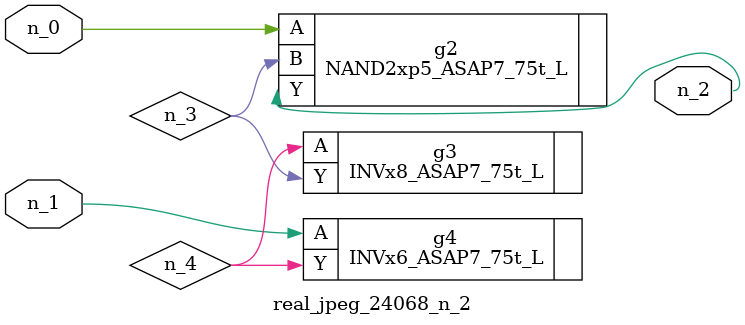
<source format=v>
module real_jpeg_24068_n_2 (n_1, n_0, n_2);

input n_1;
input n_0;

output n_2;

wire n_4;
wire n_3;

NAND2xp5_ASAP7_75t_L g2 ( 
.A(n_0),
.B(n_3),
.Y(n_2)
);

INVx6_ASAP7_75t_L g4 ( 
.A(n_1),
.Y(n_4)
);

INVx8_ASAP7_75t_L g3 ( 
.A(n_4),
.Y(n_3)
);


endmodule
</source>
